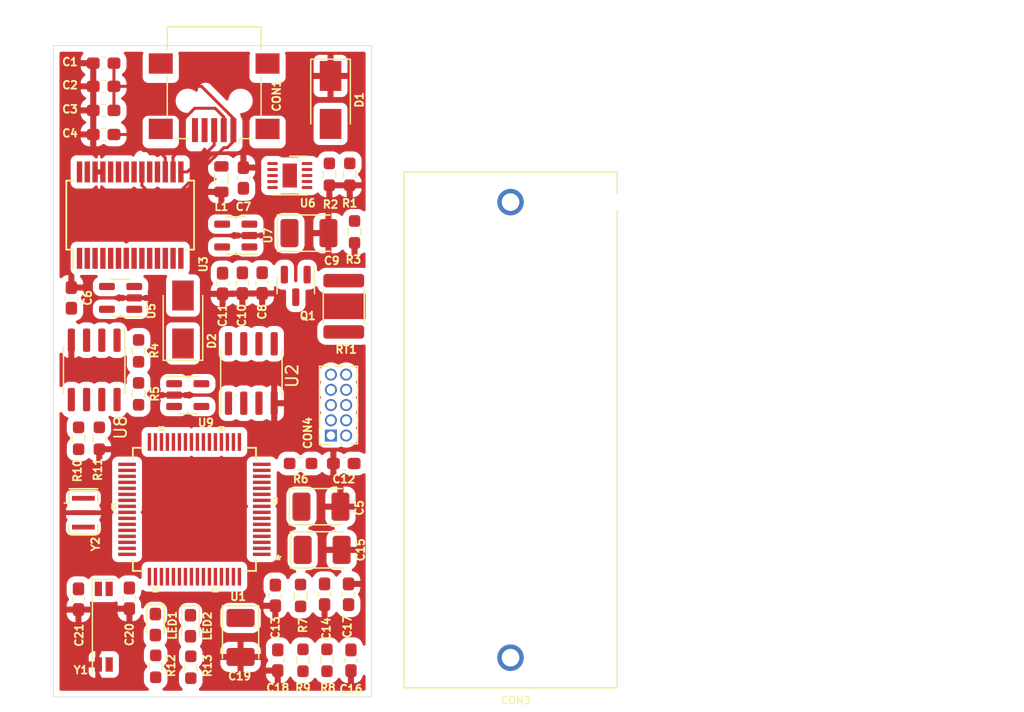
<source format=kicad_pcb>
(kicad_pcb (version 20211014) (generator pcbnew)
  (layers (0 "F.Cu" signal "cobre frontal") (31 "B.Cu" signal "Cobre traseira") (34 "B.Paste" user "Pasta traseira") (35 "F.Paste" user "Pasta frontal") (36 "B.SilkS" user "Serigrafia traseira") (37 "F.SilkS" user "Serigrafia frontal") (38 "B.Mask" user "Máscara traseira") (39 "F.Mask" user "Máscara frontal") (44 "Edge.Cuts" user "Cortes contorno"))
  (net 0 "")
  (net 1 "Net-(D2-Pad1)")
  (net 2 "0")
  (net 3 "+3V3")
  (net 4 "Net-(C7-Pad1)")
  (net 5 "RESET")
  (net 6 "+5VD")
  (net 7 "+3.3VP")
  (net 8 "Net-(C18-Pad1)")
  (net 9 "Net-(R1-Pad1)")
  (net 10 "Net-(CON1-Pad2)")
  (net 11 "Net-(CON1-Pad3)")
  (net 12 "Net-(CON1-Pad5)")
  (net 13 "Net-(D2-Pad2)")
  (net 14 "LED2")
  (net 15 "Net-(LED1-Pad2)")
  (net 16 "LED3")
  (net 17 "Net-(LED2-Pad2)")
  (net 18 "PIN-PWRMODE")
  (net 19 "PGED2")
  (net 20 "PGEC2")
  (net 21 "PIN-SCL")
  (net 22 "PIN-SDA")
  (net 23 "+2V5")
  (net 24 "Net-(CON3-Pad1)")
  (net 25 "RXA")
  (net 26 "TXA")
  (net 29 "Net-(C4-Pad1)")
  (net 30 "Net-(R2-Pad2)")
  (net 31 "Net-(R8-Pad2)")
  (net 32 "Net-(U1-Pad5)")
  (net 33 "Net-(U1-Pad6)")
  (net 34 "Net-(R6-Pad2)")
  (net 35 "Net-(U1-Pad8)")
  (net 50 "Net-(C8-Pad1)")
  (net 51 "Net-(C13-Pad1)")
  (net 52 "Net-(C20-Pad1)")
  (net 53 "Net-(C21-Pad1)")
  (net 54 "GND")
  (net 55 "VBAT")
  (net 57 "Net-(U1-Pad39)")
  (net 58 "Net-(U1-Pad40)")
  (net 59 "K0")
  (net 60 "K1")
  (net 61 "K2")
  (net 62 "K3")
  (net 63 "KC")
  (net 64 "KD")
  (net 65 "KE")
  (net 66 "K4")
  (net 67 "K5")
  (net 68 "K6")
  (net 69 "K7")
  (net 70 "K8")
  (net 71 "K9")
  (net 75 "KB")
  (net 76 "KA")
  (footprint "Capacitor_SMD:C_0603_1608Metric_Pad1.08x0.95mm_HandSolder" (layer "F.Cu") (at 193.1 39.7 -90)
    (fp_text reference "C11" (at 2.6625 0 90) (layer "F.SilkS") (effects (font (size 0.65 0.65))))
    (fp_text value "100nF")
    (pad "1" smd roundrect (at -0.8625 0 270) (size 1.075 0.95) (layers "F.Cu" "F.Paste" "F.Mask") (net 7 "+3.3VP"))
    (pad "2" smd roundrect (at 0.8625 0 270) (size 1.075 0.95) (layers "F.Cu" "F.Paste" "F.Mask") (net 2 "0"))
  )
  (footprint "Capacitor_Tantalum_SMD:CP_EIA-3528-12_Kemet-T_Pad1.50x2.35mm_HandSolder" (layer "F.Cu") (at 201.4 61.9)
    (fp_text reference "C15" (at 3.2 0 90) (layer "F.SilkS") (effects (font (size 0.65 0.65))))
    (fp_text value "10UfX6V-Tan")
    (pad "1" smd roundrect (at -1.625 0) (size 1.5 2.35) (layers "F.Cu" "F.Paste" "F.Mask") (roundrect_rratio 0.166667) (net 7 "+3.3VP"))
    (pad "2" smd roundrect (at 1.625 0) (size 1.5 2.35) (layers "F.Cu" "F.Paste" "F.Mask") (roundrect_rratio 0.166667) (net 2 "0"))
  )
  (footprint "Capacitor_SMD:C_0603_1608Metric_Pad1.08x0.95mm_HandSolder" (layer "F.Cu") (at 203.2 54.7 180)
    (fp_text reference "C12" (at -0.0125 -1.3) (layer "F.SilkS") (effects (font (size 0.65 0.65))))
    (fp_text value "100nF")
    (pad "1" smd roundrect (at -0.8625 0 180) (size 1.075 0.95) (layers "F.Cu" "F.Paste" "F.Mask") (net 3 "+3V3"))
    (pad "2" smd roundrect (at 0.8625 0 180) (size 1.075 0.95) (layers "F.Cu" "F.Paste" "F.Mask") (net 2 "0"))
  )
  (footprint "Capacitor_SMD:C_0603_1608Metric_Pad1.08x0.95mm_HandSolder" (layer "F.Cu") (at 196.4 39.6625 -90)
    (fp_text reference "C8" (at 2.4 0 90) (layer "F.SilkS") (effects (font (size 0.65 0.65))))
    (fp_text value "100nF")
    (pad "1" smd roundrect (at -0.8625 0 270) (size 1.075 0.95) (layers "F.Cu" "F.Paste" "F.Mask") (net 50 "Net-(C8-Pad1)"))
    (pad "2" smd roundrect (at 0.8625 0 270) (size 1.075 0.95) (layers "F.Cu" "F.Paste" "F.Mask") (net 2 "0"))
  )
  (footprint "Resistor_SMD:R_0603_1608Metric_Pad0.98x0.95mm_HandSolder" (layer "F.Cu") (at 199.8 71.1 90)
    (fp_text reference "R9" (at -2.3 0) (layer "F.SilkS") (effects (font (size 0.65 0.65))))
    (fp_text value "1K")
    (pad "1" smd roundrect (at -0.9125 0 90) (size 0.975 0.95) (layers "F.Cu" "F.Paste" "F.Mask") (net 23 "+2V5"))
    (pad "2" smd roundrect (at 0.9125 0 90) (size 0.975 0.95) (layers "F.Cu" "F.Paste" "F.Mask") (net 8 "Net-(C18-Pad1)"))
  )
  (footprint "footprints:PIC24HJ64GP206-I_slash_PT" (layer "F.Cu") (at 190.754 58.5216 180)
    (fp_text reference "U1" (at -3.646 -7.2784) (layer "F.SilkS") (effects (font (size 0.65 0.65))))
    (fp_text value "PIC24HJ64GP206-I_PT" hide)
    (fp_text user "*" (at -6.985 -4.2784) (layer "F.SilkS") (effects (font (size 0.8 0.8))))
    (fp_text user "*" (at -6.985 -4.281) (layer "F.SilkS") (effects (font (size 0.8 0.8))))
    (pad "1" smd rect locked (at -5.6134 -3.75 270) (size 0.2794 1.4732) (layers "F.Cu" "F.Paste" "F.Mask"))
    (pad "2" smd rect locked (at -5.6134 -3.250001 270) (size 0.2794 1.4732) (layers "F.Cu" "F.Paste" "F.Mask"))
    (pad "3" smd rect locked (at -5.6134 -2.75 270) (size 0.2794 1.4732) (layers "F.Cu" "F.Paste" "F.Mask"))
    (pad "4" smd rect locked (at -5.6134 -2.250001 270) (size 0.2794 1.4732) (layers "F.Cu" "F.Paste" "F.Mask") (net 51 "Net-(C13-Pad1)"))
    (pad "5" smd rect locked (at -5.6134 -1.749999 270) (size 0.2794 1.4732) (layers "F.Cu" "F.Paste" "F.Mask") (net 32 "Net-(U1-Pad5)"))
    (pad "6" smd rect locked (at -5.6134 -1.25 270) (size 0.2794 1.4732) (layers "F.Cu" "F.Paste" "F.Mask") (net 33 "Net-(U1-Pad6)"))
    (pad "7" smd rect locked (at -5.6134 -0.750001 270) (size 0.2794 1.4732) (layers "F.Cu" "F.Paste" "F.Mask") (net 5 "RESET"))
    (pad "8" smd rect locked (at -5.6134 -0.25 270) (size 0.2794 1.4732) (layers "F.Cu" "F.Paste" "F.Mask") (net 35 "Net-(U1-Pad8)"))
    (pad "9" smd rect locked (at -5.6134 0.25 270) (size 0.2794 1.4732) (layers "F.Cu" "F.Paste" "F.Mask") (net 2 "0"))
    (pad "10" smd rect locked (at -5.6134 0.750001 270) (size 0.2794 1.4732) (layers "F.Cu" "F.Paste" "F.Mask") (net 7 "+3.3VP"))
    (pad "11" smd rect locked (at -5.6134 1.25 270) (size 0.2794 1.4732) (layers "F.Cu" "F.Paste" "F.Mask") (net 59 "K0"))
    (pad "12" smd rect locked (at -5.6134 1.749999 270) (size 0.2794 1.4732) (layers "F.Cu" "F.Paste" "F.Mask") (net 60 "K1"))
    (pad "13" smd rect locked (at -5.6134 2.250001 270) (size 0.2794 1.4732) (layers "F.Cu" "F.Paste" "F.Mask") (net 61 "K2"))
    (pad "14" smd rect locked (at -5.6134 2.75 270) (size 0.2794 1.4732) (layers "F.Cu" "F.Paste" "F.Mask") (net 62 "K3"))
    (pad "15" smd rect locked (at -5.6134 3.250001 270) (size 0.2794 1.4732) (layers "F.Cu" "F.Paste" "F.Mask") (net 20 "PGEC2"))
    (pad "16" smd rect locked (at -5.6134 3.75 270) (size 0.2794 1.4732) (layers "F.Cu" "F.Paste" "F.Mask") (net 19 "PGED2"))
    (pad "17" smd rect locked (at -3.75 5.6134 180) (size 0.2794 1.4732) (layers "F.Cu" "F.Paste" "F.Mask"))
    (pad "18" smd rect locked (at -3.250001 5.6134 180) (size 0.2794 1.4732) (layers "F.Cu" "F.Paste" "F.Mask") (net 63 "KC"))
    (pad "19" smd rect locked (at -2.75 5.6134 180) (size 0.2794 1.4732) (layers "F.Cu" "F.Paste" "F.Mask") (net 7 "+3.3VP"))
    (pad "20" smd rect locked (at -2.250001 5.6134 180) (size 0.2794 1.4732) (layers "F.Cu" "F.Paste" "F.Mask") (net 2 "0"))
    (pad "21" smd rect locked (at -1.749999 5.6134 180) (size 0.2794 1.4732) (layers "F.Cu" "F.Paste" "F.Mask") (net 64 "KD"))
    (pad "22" smd rect locked (at -1.25 5.6134 180) (size 0.2794 1.4732) (layers "F.Cu" "F.Paste" "F.Mask") (net 65 "KE"))
    (pad "23" smd rect locked (at -0.750001 5.6134 180) (size 0.2794 1.4732) (layers "F.Cu" "F.Paste" "F.Mask") (net 66 "K4"))
    (pad "24" smd rect locked (at -0.25 5.6134 180) (size 0.2794 1.4732) (layers "F.Cu" "F.Paste" "F.Mask") (net 67 "K5"))
    (pad "25" smd rect locked (at 0.25 5.6134 180) (size 0.2794 1.4732) (layers "F.Cu" "F.Paste" "F.Mask") (net 2 "0"))
    (pad "26" smd rect locked (at 0.750001 5.6134 180) (size 0.2794 1.4732) (layers "F.Cu" "F.Paste" "F.Mask") (net 7 "+3.3VP"))
    (pad "27" smd rect locked (at 1.25 5.6134 180) (size 0.2794 1.4732) (layers "F.Cu" "F.Paste" "F.Mask") (net 68 "K6"))
    (pad "28" smd rect locked (at 1.749999 5.6134 180) (size 0.2794 1.4732) (layers "F.Cu" "F.Paste" "F.Mask") (net 69 "K7"))
    (pad "29" smd rect locked (at 2.250001 5.6134 180) (size 0.2794 1.4732) (layers "F.Cu" "F.Paste" "F.Mask") (net 70 "K8"))
    (pad "30" smd rect locked (at 2.75 5.6134 180) (size 0.2794 1.4732) (layers "F.Cu" "F.Paste" "F.Mask") (net 71 "K9"))
    (pad "31" smd rect locked (at 3.250001 5.6134 180) (size 0.2794 1.4732) (layers "F.Cu" "F.Paste" "F.Mask") (net 26 "TXA"))
    (pad "32" smd rect locked (at 3.75 5.6134 180) (size 0.2794 1.4732) (layers "F.Cu" "F.Paste" "F.Mask") (net 25 "RXA"))
    (pad "33" smd rect locked (at 5.6134 3.75 270) (size 0.2794 1.4732) (layers "F.Cu" "F.Paste" "F.Mask"))
    (pad "34" smd rect locked (at 5.6134 3.250001 270) (size 0.2794 1.4732) (layers "F.Cu" "F.Paste" "F.Mask"))
    (pad "35" smd rect locked (at 5.6134 2.75 270) (size 0.2794 1.4732) (layers "F.Cu" "F.Paste" "F.Mask") (net 18 "PIN-PWRMODE"))
    (pad "36" smd rect locked (at 5.6134 2.250001 270) (size 0.2794 1.4732) (layers "F.Cu" "F.Paste" "F.Mask") (net 22 "PIN-SDA"))
    (pad "37" smd rect locked (at 5.6134 1.749999 270) (size 0.2794 1.4732) (layers "F.Cu" "F.Paste" "F.Mask") (net 21 "PIN-SCL"))
    (pad "38" smd rect locked (at 5.6134 1.25 270) (size 0.2794 1.4732) (layers "F.Cu" "F.Paste" "F.Mask") (net 7 "+3.3VP"))
    (pad "39" smd rect locked (at 5.6134 0.750001 270) (size 0.2794 1.4732) (layers "F.Cu" "F.Paste" "F.Mask") (net 57 "Net-(U1-Pad39)"))
    (pad "40" smd rect locked (at 5.6134 0.25 270) (size 0.2794 1.4732) (layers "F.Cu" "F.Paste" "F.Mask") (net 58 "Net-(U1-Pad40)"))
    (pad "41" smd rect locked (at 5.6134 -0.25 270) (size 0.2794 1.4732) (layers "F.Cu" "F.Paste" "F.Mask") (net 2 "0"))
    (pad "42" smd rect locked (at 5.6134 -0.750001 270) (size 0.2794 1.4732) (layers "F.Cu" "F.Paste" "F.Mask"))
    (pad "43" smd rect locked (at 5.6134 -1.25 270) (size 0.2794 1.4732) (layers "F.Cu" "F.Paste" "F.Mask"))
    (pad "44" smd rect locked (at 5.6134 -1.749999 270) (size 0.2794 1.4732) (layers "F.Cu" "F.Paste" "F.Mask"))
    (pad "45" smd rect locked (at 5.6134 -2.250001 270) (size 0.2794 1.4732) (layers "F.Cu" "F.Paste" "F.Mask"))
    (pad "46" smd rect locked (at 5.6134 -2.75 270) (size 0.2794 1.4732) (layers "F.Cu" "F.Paste" "F.Mask"))
    (pad "47" smd rect locked (at 5.6134 -3.250001 270) (size 0.2794 1.4732) (layers "F.Cu" "F.Paste" "F.Mask") (net 53 "Net-(C21-Pad1)"))
    (pad "48" smd rect locked (at 5.6134 -3.75 270) (size 0.2794 1.4732) (layers "F.Cu" "F.Paste" "F.Mask") (net 52 "Net-(C20-Pad1)"))
    (pad "49" smd rect locked (at 3.75 -5.6134 180) (size 0.2794 1.4732) (layers "F.Cu" "F.Paste" "F.Mask"))
    (pad "50" smd rect locked (at 3.250001 -5.6134 180) (size 0.2794 1.4732) (layers "F.Cu" "F.Paste" "F.Mask"))
    (pad "51" smd rect locked (at 2.75 -5.6134 180) (size 0.2794 1.4732) (layers "F.Cu" "F.Paste" "F.Mask"))
    (pad "52" smd rect locked (at 2.250001 -5.6134 180) (size 0.2794 1.4732) (layers "F.Cu" "F.Paste" "F.Mask") (net 75 "KB"))
    (pad "53" smd rect locked (at 1.749999 -5.6134 180) (size 0.2794 1.4732) (layers "F.Cu" "F.Paste" "F.Mask") (net 76 "KA"))
    (pad "54" smd rect locked (at 1.25 -5.6134 180) (size 0.2794 1.4732) (layers "F.Cu" "F.Paste" "F.Mask") (net 14 "LED2"))
    (pad "55" smd rect locked (at 0.750001 -5.6134 180) (size 0.2794 1.4732) (layers "F.Cu" "F.Paste" "F.Mask") (net 16 "LED3"))
    (pad "56" smd rect locked (at 0.25 -5.6134 180) (size 0.2794 1.4732) (layers "F.Cu" "F.Paste" "F.Mask") (net 8 "Net-(C18-Pad1)"))
    (pad "57" smd rect locked (at -0.25 -5.6134 180) (size 0.2794 1.4732) (layers "F.Cu" "F.Paste" "F.Mask") (net 31 "Net-(R8-Pad2)"))
    (pad "58" smd rect locked (at -0.750001 -5.6134 180) (size 0.2794 1.4732) (layers "F.Cu" "F.Paste" "F.Mask"))
    (pad "59" smd rect locked (at -1.25 -5.6134 180) (size 0.2794 1.4732) (layers "F.Cu" "F.Paste" "F.Mask"))
    (pad "60" smd rect locked (at -1.749999 -5.6134 180) (size 0.2794 1.4732) (layers "F.Cu" "F.Paste" "F.Mask"))
    (pad "61" smd rect locked (at -2.250001 -5.6134 180) (size 0.2794 1.4732) (layers "F.Cu" "F.Paste" "F.Mask"))
    (pad "62" smd rect locked (at -2.75 -5.6134 180) (size 0.2794 1.4732) (layers "F.Cu" "F.Paste" "F.Mask"))
    (pad "63" smd rect locked (at -3.250001 -5.6134 180) (size 0.2794 1.4732) (layers "F.Cu" "F.Paste" "F.Mask"))
    (pad "64" smd rect locked (at -3.75 -5.6134 180) (size 0.2794 1.4732) (layers "F.Cu" "F.Paste" "F.Mask"))
  )
  (footprint "Package_SON:VSON-10-1EP_3x3mm_P0.5mm_EP1.2x2mm" (layer "F.Cu") (at 198.7 30.7)
    (fp_text reference "U6" (at 1.5 2.3) (layer "F.SilkS") (effects (font (size 0.65 0.65))))
    (fp_text value "LM3658SD")
    (pad "1" smd roundrect (at -1.4375 -1) (size 0.875 0.25) (layers "F.Cu" "F.Paste" "F.Mask"))
    (pad "2" smd roundrect (at -1.4375 -0.5) (size 0.875 0.25) (layers "F.Cu" "F.Paste" "F.Mask") (net 1 "Net-(D2-Pad1)"))
    (pad "3" smd roundrect (at -1.4375 0) (size 0.875 0.25) (layers "F.Cu" "F.Paste" "F.Mask") (net 2 "0"))
    (pad "4" smd roundrect (at -1.4375 0.5) (size 0.875 0.25) (layers "F.Cu" "F.Paste" "F.Mask") (net 4 "Net-(C7-Pad1)"))
    (pad "5" smd roundrect (at -1.4375 1) (size 0.875 0.25) (layers "F.Cu" "F.Paste" "F.Mask") (net 2 "0"))
    (pad "6" smd roundrect (at 1.4375 1) (size 0.875 0.25) (layers "F.Cu" "F.Paste" "F.Mask"))
    (pad "7" smd roundrect (at 1.4375 0.5) (size 0.875 0.25) (layers "F.Cu" "F.Paste" "F.Mask"))
    (pad "8" smd roundrect (at 1.4375 0) (size 0.875 0.25) (layers "F.Cu" "F.Paste" "F.Mask") (net 30 "Net-(R2-Pad2)"))
    (pad "9" smd roundrect (at 1.4375 -0.5) (size 0.875 0.25) (layers "F.Cu" "F.Paste" "F.Mask") (net 9 "Net-(R1-Pad1)"))
    (pad "10" smd roundrect (at 1.4375 -1) (size 0.875 0.25) (layers "F.Cu" "F.Paste" "F.Mask") (net 50 "Net-(C8-Pad1)"))
    (pad "11" smd rect (at 0 0) (size 1.2 2) (layers "F.Cu" "F.Mask"))
  )
  (footprint "Capacitor_SMD:C_0603_1608Metric_Pad1.08x0.95mm_HandSolder" (layer "F.Cu") (at 183.1848 21.336 180)
    (fp_text reference "C1" (at 2.8 0.1) (layer "F.SilkS") (effects (font (size 0.65 0.65))))
    (fp_text value "100nF")
    (pad "1" smd roundrect (at -0.8625 0 180) (size 1.075 0.95) (layers "F.Cu" "F.Paste" "F.Mask") (net 1 "Net-(D2-Pad1)"))
    (pad "2" smd roundrect (at 0.8625 0 180) (size 1.075 0.95) (layers "F.Cu" "F.Paste" "F.Mask") (net 2 "0"))
  )
  (footprint "Package_TO_SOT_SMD:SOT-23-5" (layer "F.Cu") (at 194.2 35.7 180)
    (fp_text reference "U7" (at -2.7 0 90) (layer "F.SilkS") (effects (font (size 0.65 0.65))))
    (fp_text value "TPS7A0533PDBV")
    (pad "1" smd roundrect (at -1.1375 -0.95 180) (size 1.325 0.6) (layers "F.Cu" "F.Paste" "F.Mask") (net 6 "+5VD"))
    (pad "2" smd roundrect (at -1.1375 0 180) (size 1.325 0.6) (layers "F.Cu" "F.Paste" "F.Mask") (net 2 "0"))
    (pad "3" smd roundrect (at -1.1375 0.95 180) (size 1.325 0.6) (layers "F.Cu" "F.Paste" "F.Mask") (net 6 "+5VD"))
    (pad "4" smd roundrect (at 1.1375 0.95 180) (size 1.325 0.6) (layers "F.Cu" "F.Paste" "F.Mask"))
    (pad "5" smd roundrect (at 1.1375 -0.95 180) (size 1.325 0.6) (layers "F.Cu" "F.Paste" "F.Mask") (net 7 "+3.3VP"))
  )
  (footprint "Resistor_SMD:R_0603_1608Metric_Pad0.98x0.95mm_HandSolder" (layer "F.Cu") (at 181.1 52.6 -90)
    (fp_text reference "R10" (at 2.7 0.1 90) (layer "F.SilkS") (effects (font (size 0.65 0.65))))
    (fp_text value "1K5")
    (pad "1" smd roundrect (at -0.9125 0 270) (size 0.975 0.95) (layers "F.Cu" "F.Paste" "F.Mask") (net 18 "PIN-PWRMODE"))
    (pad "2" smd roundrect (at 0.9125 0 270) (size 0.975 0.95) (layers "F.Cu" "F.Paste" "F.Mask") (net 6 "+5VD"))
  )
  (footprint "Capacitor_SMD:C_0603_1608Metric_Pad1.08x0.95mm_HandSolder" (layer "F.Cu") (at 194.8375 30.9 90)
    (fp_text reference "C7" (at -2.4 0 180) (layer "F.SilkS") (effects (font (size 0.65 0.65))))
    (fp_text value "1uF")
    (pad "1" smd roundrect (at -0.8625 0 90) (size 1.075 0.95) (layers "F.Cu" "F.Paste" "F.Mask") (net 4 "Net-(C7-Pad1)"))
    (pad "2" smd roundrect (at 0.8625 0 90) (size 1.075 0.95) (layers "F.Cu" "F.Paste" "F.Mask") (net 2 "0"))
  )
  (footprint "Resistor_SMD:R_0603_1608Metric_Pad0.98x0.95mm_HandSolder" (layer "F.Cu") (at 190.4508 71.6813 90)
    (fp_text reference "R13" (at 0.1313 1.3934 90) (layer "F.SilkS") (effects (font (size 0.65 0.65))))
    (fp_text value "470R")
    (pad "1" smd roundrect (at -0.9125 0 90) (size 0.975 0.95) (layers "F.Cu" "F.Paste" "F.Mask") (net 3 "+3V3"))
    (pad "2" smd roundrect (at 0.9125 0 90) (size 0.975 0.95) (layers "F.Cu" "F.Paste" "F.Mask") (net 17 "Net-(LED2-Pad2)"))
  )
  (footprint "Resistor_SMD:R_0603_1608Metric_Pad0.98x0.95mm_HandSolder" (layer "F.Cu") (at 202 30.6 90)
    (fp_text reference "R2" (at -2.5125 0.1 180) (layer "F.SilkS") (effects (font (size 0.65 0.65))))
    (fp_text value "10k")
    (pad "1" smd roundrect (at -0.9125 0 90) (size 0.975 0.95) (layers "F.Cu" "F.Paste" "F.Mask") (net 2 "0"))
    (pad "2" smd roundrect (at 0.9125 0 90) (size 0.975 0.95) (layers "F.Cu" "F.Paste" "F.Mask") (net 30 "Net-(R2-Pad2)"))
  )
  (footprint "Crystal:Crystal_SMD_SeikoEpson_MC146-4Pin_6.7x1.5mm" (layer "F.Cu") (at 183.2 68.3 -90)
    (fp_text reference "Y1" (at 3.614 1.9082) (layer "F.SilkS") (effects (font (size 0.65 0.65))))
    (fp_text value "Crystal_32KHz")
    (pad "1" smd rect (at -3.15 0.45 270) (size 1.2 0.6) (layers "F.Cu" "F.Paste" "F.Mask") (net 53 "Net-(C21-Pad1)"))
    (pad "2" smd rect (at 3.15 0.45 270) (size 1.2 0.6) (layers "F.Cu" "F.Paste" "F.Mask") (net 2 "0"))
    (pad "3" smd rect (at 3.15 -0.45 270) (size 1.2 0.6) (layers "F.Cu" "F.Paste" "F.Mask") (net 52 "Net-(C20-Pad1)"))
    (pad "4" smd rect (at -3.15 -0.45 270) (size 1.2 0.6) (layers "F.Cu" "F.Paste" "F.Mask"))
  )
  (footprint "Resistor_SMD:R_0603_1608Metric_Pad0.98x0.95mm_HandSolder" (layer "F.Cu") (at 186.1 45.3146 -90)
    (fp_text reference "R4" (at -0.0146 -1.3 90) (layer "F.SilkS") (effects (font (size 0.65 0.65))))
    (fp_text value "1K")
    (pad "1" smd roundrect (at -0.9125 0 270) (size 0.975 0.95) (layers "F.Cu" "F.Paste" "F.Mask") (net 3 "+3V3"))
    (pad "2" smd roundrect (at 0.9125 0 270) (size 0.975 0.95) (layers "F.Cu" "F.Paste" "F.Mask") (net 21 "PIN-SCL"))
  )
  (footprint "Connector_USB:USB_Mini-B_Lumberg_2486_01_Horizontal" (layer "F.Cu") (at 192.4 24.2144 180)
    (fp_text reference "CON1" (at -5.2 0.175 270) (layer "F.SilkS") (effects (font (size 0.65 0.65))))
    (fp_text value "USB_B")
    (pad "" np_thru_hole circle (at 2.2 0 180) (size 1 1) (drill 1) (layers *.Cu *.Mask))
    (pad "" np_thru_hole circle (at -2.2 0 180) (size 1 1) (drill 1) (layers *.Cu *.Mask))
    (pad "1" smd rect (at -1.6 -2.7 180) (size 0.5 2) (layers "F.Cu" "F.Paste" "F.Mask") (net 1 "Net-(D2-Pad1)"))
    (pad "2" smd rect (at -0.8 -2.7 180) (size 0.5 2) (layers "F.Cu" "F.Paste" "F.Mask") (net 10 "Net-(CON1-Pad2)"))
    (pad "3" smd rect (at 0 -2.7 180) (size 0.5 2) (layers "F.Cu" "F.Paste" "F.Mask") (net 11 "Net-(CON1-Pad3)"))
    (pad "4" smd rect (at 0.8 -2.7 180) (size 0.5 2) (layers "F.Cu" "F.Paste" "F.Mask") (net 2 "0"))
    (pad "5" smd rect (at 1.6 -2.7 180) (size 0.5 2) (layers "F.Cu" "F.Paste" "F.Mask") (net 12 "Net-(CON1-Pad5)"))
    (pad "6" smd rect (at -4.45 -2.6 180) (size 2 1.7) (layers "F.Cu" "F.Paste" "F.Mask"))
    (pad "6" smd rect (at 4.45 2.85 180) (size 2 1.7) (layers "F.Cu" "F.Paste" "F.Mask"))
    (pad "6" smd rect (at 4.45 -2.6 180) (size 2 1.7) (layers "F.Cu" "F.Paste" "F.Mask"))
    (pad "6" smd rect (at -4.45 2.85 180) (size 2 1.7) (layers "F.Cu" "F.Paste" "F.Mask"))
  )
  (footprint "Inductor_SMD:L_0805_2012Metric" (layer "F.Cu") (at 193 31 90)
    (fp_text reference "L1" (at -2.3 0 180) (layer "F.SilkS") (effects (font (size 0.65 0.65))))
    (fp_text value "BLM21PG221SN1D")
    (pad "1" smd roundrect (at -1.0625 0 90) (size 0.875 1.2) (layers "F.Cu" "F.Paste" "F.Mask") (net 2 "0"))
    (pad "2" smd roundrect (at 1.0625 0 90) (size 0.875 1.2) (layers "F.Cu" "F.Paste" "F.Mask") (net 12 "Net-(CON1-Pad5)"))
  )
  (footprint "LED_SMD:LED_0603_1608Metric_Pad1.05x0.95mm_HandSolder" (layer "F.Cu") (at 190.4254 68.225 -90)
    (fp_text reference "LED2" (at 0.025 -1.4188 90) (layer "F.SilkS") (effects (font (size 0.65 0.65))))
    (fp_text value "GREEN")
    (pad "1" smd roundrect (at -0.875 0 270) (size 1.05 0.95) (layers "F.Cu" "F.Paste" "F.Mask") (net 16 "LED3"))
    (pad "2" smd roundrect (at 0.875 0 270) (size 1.05 0.95) (layers "F.Cu" "F.Paste" "F.Mask") (net 17 "Net-(LED2-Pad2)"))
  )
  (footprint "Resistor_SMD:R_0603_1608Metric_Pad0.98x0.95mm_HandSolder" (layer "F.Cu") (at 199.6 65.7 90)
    (fp_text reference "R7" (at -2.4875 0.2 270) (layer "F.SilkS") (effects (font (size 0.65 0.65))))
    (fp_text value "22k")
    (pad "1" smd roundrect (at -0.9125 0 90) (size 0.975 0.95) (layers "F.Cu" "F.Paste" "F.Mask") (net 7 "+3.3VP"))
    (pad "2" smd roundrect (at 0.9125 0 90) (size 0.975 0.95) (layers "F.Cu" "F.Paste" "F.Mask") (net 5 "RESET"))
  )
  (footprint "Capacitor_SMD:C_0603_1608Metric_Pad1.08x0.95mm_HandSolder" (layer "F.Cu") (at 180.5 40.9 90)
    (fp_text reference "C6" (at 0 1.3517 90) (layer "F.SilkS") (effects (font (size 0.65 0.65))))
    (fp_text value "100nF")
    (pad "1" smd roundrect (at -0.8625 0 90) (size 1.075 0.95) (layers "F.Cu" "F.Paste" "F.Mask") (net 3 "+3V3"))
    (pad "2" smd roundrect (at 0.8625 0 90) (size 1.075 0.95) (layers "F.Cu" "F.Paste" "F.Mask") (net 2 "0"))
  )
  (footprint "Diode_SMD:D_SMA" (layer "F.Cu") (at 202.1 24.4 -90)
    (fp_text reference "D1" (at 0 -2.4 90) (layer "F.SilkS") (effects (font (size 0.65 0.65))))
    (fp_text value "SSA33L")
    (pad "1" smd rect (at -2 0 270) (size 2.5 1.8) (layers "F.Cu" "F.Paste" "F.Mask") (net 2 "0"))
    (pad "2" smd rect (at 2 0 270) (size 2.5 1.8) (layers "F.Cu" "F.Paste" "F.Mask") (net 50 "Net-(C8-Pad1)"))
  )
  (footprint "Resistor_SMD:R_0603_1608Metric_Pad0.98x0.95mm_HandSolder" (layer "F.Cu") (at 182.8272 52.6 90)
    (fp_text reference "R11" (at -2.6 -0.1272 90) (layer "F.SilkS") (effects (font (size 0.65 0.65))))
    (fp_text value "3K3")
    (pad "1" smd roundrect (at -0.9125 0 90) (size 0.975 0.95) (layers "F.Cu" "F.Paste" "F.Mask") (net 2 "0"))
    (pad "2" smd roundrect (at 0.9125 0 90) (size 0.975 0.95) (layers "F.Cu" "F.Paste" "F.Mask") (net 18 "PIN-PWRMODE"))
  )
  (footprint "Capacitor_SMD:C_0603_1608Metric_Pad1.08x0.95mm_HandSolder" (layer "F.Cu") (at 197.7 71.1 -90)
    (fp_text reference "C18" (at 2.3 -0.001 180) (layer "F.SilkS") (effects (font (size 0.65 0.65))))
    (fp_text value "100nF")
    (pad "1" smd roundrect (at -0.8625 0 270) (size 1.075 0.95) (layers "F.Cu" "F.Paste" "F.Mask") (net 8 "Net-(C18-Pad1)"))
    (pad "2" smd roundrect (at 0.8625 0 270) (size 1.075 0.95) (layers "F.Cu" "F.Paste" "F.Mask") (net 2 "0"))
  )
  (footprint "Capacitor_Tantalum_SMD:CP_EIA-3528-12_Kemet-T_Pad1.50x2.35mm_HandSolder" (layer "F.Cu") (at 200.3 35.5)
    (fp_text reference "C9" (at 1.9 2.3) (layer "F.SilkS") (effects (font (size 0.65 0.65))))
    (fp_text value "470uFx16v")
    (pad "1" smd roundrect (at -1.625 0) (size 1.5 2.35) (layers "F.Cu" "F.Paste" "F.Mask") (roundrect_rratio 0.166667) (net 6 "+5VD"))
    (pad "2" smd roundrect (at 1.625 0) (size 1.5 2.35) (layers "F.Cu" "F.Paste" "F.Mask") (roundrect_rratio 0.166667) (net 2 "0"))
  )
  (footprint "Capacitor_SMD:C_0603_1608Metric_Pad1.08x0.95mm_HandSolder" (layer "F.Cu") (at 183.1848 27.2796 180)
    (fp_text reference "C4" (at 2.8 0.1) (layer "F.SilkS") (effects (font (size 0.65 0.65))))
    (fp_text value "1uF")
    (pad "1" smd roundrect (at -0.8625 0 180) (size 1.075 0.95) (layers "F.Cu" "F.Paste" "F.Mask") (net 29 "Net-(C4-Pad1)"))
    (pad "2" smd roundrect (at 0.8625 0 180) (size 1.075 0.95) (layers "F.Cu" "F.Paste" "F.Mask") (net 2 "0"))
  )
  (footprint "Capacitor_SMD:C_0603_1608Metric_Pad1.08x0.95mm_HandSolder" (layer "F.Cu") (at 197.5 65.7 -90)
    (fp_text reference "C13" (at 2.7 0 90) (layer "F.SilkS") (effects (font (size 0.65 0.65))))
    (fp_text value "47pF")
    (pad "1" smd roundrect (at -0.8625 0 270) (size 1.075 0.95) (layers "F.Cu" "F.Paste" "F.Mask") (net 51 "Net-(C13-Pad1)"))
    (pad "2" smd roundrect (at 0.8625 0 270) (size 1.075 0.95) (layers "F.Cu" "F.Paste" "F.Mask") (net 2 "0"))
  )
  (footprint "Resistor_SMD:R_0603_1608Metric_Pad0.98x0.95mm_HandSolder" (layer "F.Cu") (at 203.7 30.6 -90)
    (fp_text reference "R1" (at 2.4125 0 180) (layer "F.SilkS") (effects (font (size 0.65 0.65))))
    (fp_text value "10k")
    (pad "1" smd roundrect (at -0.9125 0 270) (size 0.975 0.95) (layers "F.Cu" "F.Paste" "F.Mask") (net 9 "Net-(R1-Pad1)"))
    (pad "2" smd roundrect (at 0.9125 0 270) (size 0.975 0.95) (layers "F.Cu" "F.Paste" "F.Mask") (net 2 "0"))
  )
  (footprint "Resistor_SMD:R_0603_1608Metric_Pad0.98x0.95mm_HandSolder" (layer "F.Cu") (at 204.1 35.4 -90)
    (fp_text reference "R3" (at 2.3 0.1 180) (layer "F.SilkS") (effects (font (size 0.65 0.65))))
    (fp_text value "10k")
    (pad "1" smd roundrect (at -0.9125 0 270) (size 0.975 0.95) (layers "F.Cu" "F.Paste" "F.Mask") (net 6 "+5VD"))
    (pad "2" smd roundrect (at 0.9125 0 270) (size 0.975 0.95) (layers "F.Cu" "F.Paste" "F.Mask") (net 2 "0"))
  )
  (footprint "Package_TO_SOT_SMD:SOT-23-5" (layer "F.Cu") (at 190.2 49)
    (fp_text reference "U9" (at 1.509802 2.2997) (layer "F.SilkS") (effects (font (size 0.65 0.65))))
    (fp_text value "24AA02-OT")
    (pad "1" smd roundrect (at -1.1375 -0.95) (size 1.325 0.6) (layers "F.Cu" "F.Paste" "F.Mask") (net 21 "PIN-SCL"))
    (pad "2" smd roundrect (at -1.1375 0) (size 1.325 0.6) (layers "F.Cu" "F.Paste" "F.Mask") (net 2 "0"))
    (pad "3" smd roundrect (at -1.1375 0.95) (size 1.325 0.6) (layers "F.Cu" "F.Paste" "F.Mask") (net 22 "PIN-SDA"))
    (pad "4" smd roundrect (at 1.1375 0.95) (size 1.325 0.6) (layers "F.Cu" "F.Paste" "F.Mask") (net 3 "+3V3"))
    (pad "5" smd roundrect (at 1.1375 -0.95) (size 1.325 0.6) (layers "F.Cu" "F.Paste" "F.Mask"))
  )
  (footprint "Resistor_SMD:R_0603_1608Metric_Pad0.98x0.95mm_HandSolder" (layer "F.Cu") (at 187.5254 71.6067 90)
    (fp_text reference "R12" (at 0.0567 1.2746 90) (layer "F.SilkS") (effects (font (size 0.65 0.65))))
    (fp_text value "470R")
    (pad "1" smd roundrect (at -0.9125 0 90) (size 0.975 0.95) (layers "F.Cu" "F.Paste" "F.Mask") (net 3 "+3V3"))
    (pad "2" smd roundrect (at 0.9125 0 90) (size 0.975 0.95) (layers "F.Cu" "F.Paste" "F.Mask") (net 15 "Net-(LED1-Pad2)"))
  )
  (footprint "Capacitor_SMD:C_0603_1608Metric_Pad1.08x0.95mm_HandSolder" (layer "F.Cu") (at 183.1848 25.273 180)
    (fp_text reference "C3" (at 2.8 0.1) (layer "F.SilkS") (effects (font (size 0.65 0.65))))
    (fp_text value "4,7uF")
    (pad "1" smd roundrect (at -0.8625 0 180) (size 1.075 0.95) (layers "F.Cu" "F.Paste" "F.Mask") (net 1 "Net-(D2-Pad1)"))
    (pad "2" smd roundrect (at 0.8625 0 180) (size 1.075 0.95) (layers "F.Cu" "F.Paste" "F.Mask") (net 2 "0"))
  )
  (footprint "Connector_PinSocket_1.27mm:PinSocket_2x05_P1.27mm_Vertical" (layer "F.Cu") (at 202.13 52.37 180)
    (fp_text reference "CON4" (at 1.93 0.21 90) (layer "F.SilkS") (effects (font (size 0.65 0.65))))
    (fp_text value "Conn_02x05_Odd_Even")
    (pad "1" thru_hole rect (at 0 0 180) (size 1 1) (drill 0.7) (layers *.Cu *.Mask) (net 5 "RESET"))
    (pad "2" thru_hole oval (at -1.27 0 180) (size 1 1) (drill 0.7) (layers *.Cu *.Mask) (net 23 "+2V5"))
    (pad "3" thru_hole oval (at 0 1.27 180) (size 1 1) (drill 0.7) (layers *.Cu *.Mask) (net 3 "+3V3"))
    (pad "4" thru_hole oval (at -1.27 1.27 180) (size 1 1) (drill 0.7) (layers *.Cu *.Mask) (net 7 "+3.3VP"))
    (pad "5" thru_hole oval (at 0 2.54 180) (size 1 1) (drill 0.7) (layers *.Cu *.Mask) (net 54 "GND"))
    (pad "6" thru_hole oval (at -1.27 2.54 180) (size 1 1) (drill 0.7) (layers *.Cu *.Mask) (net 55 "VBAT"))
    (pad "7" thru_hole oval (at 0 3.81 180) (size 1 1) (drill 0.7) (layers *.Cu *.Mask) (net 19 "PGED2"))
    (pad "8" thru_hole oval (at -1.27 3.81 180) (size 1 1) (drill 0.7) (layers *.Cu *.Mask) (net 25 "RXA"))
    (pad "9" thru_hole oval (at 0 5.08 180) (size 1 1) (drill 0.7) (layers *.Cu *.Mask) (net 20 "PGEC2"))
    (pad "10" thru_hole oval (at -1.27 5.08 180) (size 1 1) (drill 0.7) (layers *.Cu *.Mask) (net 26 "TXA"))
  )
  (footprint "Capacitor_SMD:C_0603_1608Metric_Pad1.08x0.95mm_HandSolder" (layer "F.Cu") (at 185.3336 65.9378 -90)
    (fp_text reference "C20" (at 3.023 -0.0072 90) (layer "F.SilkS") (effects (font (size 0.65 0.65))))
    (fp_text value "12pF")
    (pad "1" smd roundrect (at -0.8625 0 270) (size 1.075 0.95) (layers "F.Cu" "F.Paste" "F.Mask") (net 52 "Net-(C20-Pad1)"))
    (pad "2" smd roundrect (at 0.8625 0 270) (size 1.075 0.95) (layers "F.Cu" "F.Paste" "F.Mask") (net 2 "0"))
  )
  (footprint "Package_SO:SOIC-8_3.9x4.9mm_P1.27mm" (layer "F.Cu") (at 195.5 47.2 90)
    (fp_text reference "U2" (at -0.2 3.4 90) (layer "F.SilkS"))
    (fp_text value "FM25V10-GTR")
    (pad "1" smd roundrect (at -2.475 -1.905 90) (size 1.95 0.6) (layers "F.Cu" "F.Paste" "F.Mask") (net 35 "Net-(U1-Pad8)"))
    (pad "2" smd roundrect (at -2.475 -0.635 90) (size 1.95 0.6) (layers "F.Cu" "F.Paste" "F.Mask") (net 32 "Net-(U1-Pad5)"))
    (pad "3" smd roundrect (at -2.475 0.635 90) (size 1.95 0.6) (layers "F.Cu" "F.Paste" "F.Mask") (net 34 "Net-(R6-Pad2)"))
    (pad "4" smd roundrect (at -2.475 1.905 90) (size 1.95 0.6) (layers "F.Cu" "F.Paste" "F.Mask") (net 2 "0"))
    (pad "5" smd roundrect (at 2.475 1.905 90) (size 1.95 0.6) (layers "F.Cu" "F.Paste" "F.Mask") (net 33 "Net-(U1-Pad6)"))
    (pad "6" smd roundrect (at 2.475 0.635 90) (size 1.95 0.6) (layers "F.Cu" "F.Paste" "F.Mask") (net 51 "Net-(C13-Pad1)"))
    (pad "7" smd roundrect (at 2.475 -0.635 90) (size 1.95 0.6) (layers "F.Cu" "F.Paste" "F.Mask") (net 34 "Net-(R6-Pad2)"))
    (pad "8" smd roundrect (at 2.475 -1.905 90) (size 1.95 0.6) (layers "F.Cu" "F.Paste" "F.Mask") (net 3 "+3V3"))
  )
  (footprint "Capacitor_SMD:C_0603_1608Metric_Pad1.08x0.95mm_HandSolder" (layer "F.Cu") (at 194.751 39.6746 -90)
    (fp_text reference "C10" (at 2.6879 0.051 90) (layer "F.SilkS") (effects (font (size 0.65 0.65))))
    (fp_text value "100nF")
    (pad "1" smd roundrect (at -0.8625 0 270) (size 1.075 0.95) (layers "F.Cu" "F.Paste" "F.Mask") (net 6 "+5VD"))
    (pad "2" smd roundrect (at 0.8625 0 270) (size 1.075 0.95) (layers "F.Cu" "F.Paste" "F.Mask") (net 2 "0"))
  )
  (footprint "Capacitor_SMD:C_0603_1608Metric_Pad1.08x0.95mm_HandSolder" (layer "F.Cu") (at 183.1848 23.2664 180)
    (fp_text reference "C2" (at 2.8 0.1) (layer "F.SilkS") (effects (font (size 0.65 0.65))))
    (fp_text value "10nF")
    (pad "1" smd roundrect (at -0.8625 0 180) (size 1.075 0.95) (layers "F.Cu" "F.Paste" "F.Mask") (net 1 "Net-(D2-Pad1)"))
    (pad "2" smd roundrect (at 0.8625 0 180) (size 1.075 0.95) (layers "F.Cu" "F.Paste" "F.Mask") (net 2 "0"))
  )
  (footprint "Capacitor_SMD:C_0603_1608Metric_Pad1.08x0.95mm_HandSolder" (layer "F.Cu") (at 203.8 71.1 -90)
    (fp_text reference "C16" (at 2.4 0 180) (layer "F.SilkS") (effects (font (size 0.65 0.65))))
    (fp_text value "100nF")
    (pad "1" smd roundrect (at -0.8625 0 270) (size 1.075 0.95) (layers "F.Cu" "F.Paste" "F.Mask") (net 7 "+3.3VP"))
    (pad "2" smd roundrect (at 0.8625 0 270) (size 1.075 0.95) (layers "F.Cu" "F.Paste" "F.Mask") (net 2 "0"))
  )
  (footprint "LED_SMD:LED_0603_1608Metric_Pad1.05x0.95mm_HandSolder" (layer "F.Cu") (at 187.5 68.125 -90)
    (fp_text reference "LED1" (at 0.0692 -1.4254 90) (layer "F.SilkS") (effects (font (size 0.65 0.65))))
    (fp_text value "RED")
    (pad "1" smd roundrect (at -0.875 0 270) (size 1.05 0.95) (layers "F.Cu" "F.Paste" "F.Mask") (net 14 "LED2"))
    (pad "2" smd roundrect (at 0.875 0 270) (size 1.05 0.95) (layers "F.Cu" "F.Paste" "F.Mask") (net 15 "Net-(LED1-Pad2)"))
  )
  (footprint "Resistor_SMD:R_0603_1608Metric_Pad0.98x0.95mm_HandSolder" (layer "F.Cu") (at 199.6 54.7 180)
    (fp_text reference "R6" (at -0.0125 -1.3 180) (layer "F.SilkS") (effects (font (size 0.65 0.65))))
    (fp_text value "22k")
    (pad "1" smd roundrect (at -0.9125 0 180) (size 0.975 0.95) (layers "F.Cu" "F.Paste" "F.Mask") (net 3 "+3V3"))
    (pad "2" smd roundrect (at 0.9125 0 180) (size 0.975 0.95) (layers "F.Cu" "F.Paste" "F.Mask") (net 34 "Net-(R6-Pad2)"))
  )
  (footprint "Package_TO_SOT_SMD:SOT-23-5" (layer "F.Cu") (at 184.6 40.9 180)
    (fp_text reference "U5" (at -2.5517 -1.1 90) (layer "F.SilkS") (effects (font (size 0.65 0.65))))
    (fp_text value "TPS7A0533PDBV")
    (pad "1" smd roundrect (at -1.1375 -0.95 180) (size 1.325 0.6) (layers "F.Cu" "F.Paste" "F.Mask") (net 13 "Net-(D2-Pad2)"))
    (pad "2" smd roundrect (at -1.1375 0 180) (size 1.325 0.6) (layers "F.Cu" "F.Paste" "F.Mask") (net 2 "0"))
    (pad "3" smd roundrect (at -1.1375 0.95 180) (size 1.325 0.6) (layers "F.Cu" "F.Paste" "F.Mask") (net 13 "Net-(D2-Pad2)"))
    (pad "4" smd roundrect (at 1.1375 0.95 180) (size 1.325 0.6) (layers "F.Cu" "F.Paste" "F.Mask"))
    (pad "5" smd roundrect (at 1.1375 -0.95 180) (size 1.325 0.6) (layers "F.Cu" "F.Paste" "F.Mask") (net 3 "+3V3"))
  )
  (footprint "bt1:BAT_BH123A" (layer "F.Cu") (at 217.1 51.9 90)
    (fp_text reference "CON3" (at -22.5425 0.4445) (layer "F.SilkS") (effects (font (size 0.6096 0.6096) (thickness 0.1016))))
    (fp_text value "CR123A" hide)
    (pad "" np_thru_hole circle (at 19 8.5 90) (size 1.5 1.5) (drill 1.5) (layers *.Cu *.Mask))
    (pad "N" thru_hole circle (at -18.985 0 90) (size 2.205 2.205) (drill 1.47) (layers *.Cu *.Mask))
    (pad "P" thru_hole circle (at 18.985 0 90) (size 2.205 2.205) (drill 1.47) (layers *.Cu *.Mask))
  )
  (footprint "Package_SO:SSOP-28_5.3x10.2mm_P0.65mm" (layer "F.Cu") (at 185.4 34 90)
    (fp_text reference "U3" (at -4.1 6.1 90) (layer "F.SilkS") (effects (font (size 0.65 0.65))))
    (fp_text value "FT232RL")
    (pad "1" smd rect (at -3.6 -4.225 90) (size 1.75 0.45) (layers "F.Cu" "F.Paste" "F.Mask") (net 26 "TXA"))
    (pad "2" smd rect (at -3.6 -3.575 90) (size 1.75 0.45) (layers "F.Cu" "F.Paste" "F.Mask"))
    (pad "3" smd rect (at -3.6 -2.925 90) (size 1.75 0.45) (layers "F.Cu" "F.Paste" "F.Mask"))
    (pad "4" smd rect (at -3.6 -2.275 90) (size 1.75 0.45) (layers "F.Cu" "F.Paste" "F.Mask") (net 29 "Net-(C4-Pad1)"))
    (pad "5" smd rect (at -3.6 -1.625 90) (size 1.75 0.45) (layers "F.Cu" "F.Paste" "F.Mask") (net 25 "RXA"))
    (pad "6" smd rect (at -3.6 -0.975 90) (size 1.75 0.45) (layers "F.Cu" "F.Paste" "F.Mask"))
    (pad "7" smd rect (at -3.6 -0.325 90) (size 1.75 0.45) (layers "F.Cu" "F.Paste" "F.Mask") (net 2 "0"))
    (pad "8" smd rect (at -3.6 0.325 90) (size 1.75 0.45) (layers "F.Cu" "F.Paste" "F.Mask"))
    (pad "9" smd rect (at -3.6 0.975 90) (size 1.75 0.45) (layers "F.Cu" "F.Paste" "F.Mask"))
    (pad "10" smd rect (at -3.6 1.625 90) (size 1.75 0.45) (layers "F.Cu" "F.Paste" "F.Mask"))
    (pad "11" smd rect (at -3.6 2.275 90) (size 1.75 0.45) (layers "F.Cu" "F.Paste" "F.Mask"))
    (pad "12" smd rect (at -3.6 2.925 90) (size 1.75 0.45) (layers "F.Cu" "F.Paste" "F.Mask"))
    (pad "13" smd rect (at -3.6 3.575 90) (size 1.75 0.45) (layers "F.Cu" "F.Paste" "F.Mask"))
    (pad "14" smd rect (at -3.6 4.225 90) (size 1.75 0.45) (layers "F.Cu" "F.Paste" "F.Mask"))
    (pad "15" smd rect (at 3.6 4.225 90) (size 1.75 0.45) (layers "F.Cu" "F.Paste" "F.Mask") (net 11 "Net-(CON1-Pad3)"))
    (pad "16" smd rect (at 3.6 3.575 90) (size 1.75 0.45) (layers "F.Cu" "F.Paste" "F.Mask") (net 10 "Net-(CON1-Pad2)"))
    (pad "17" smd rect (at 3.6 2.925 90) (size 1.75 0.45) (layers "F.Cu" "F.Paste" "F.Mask") (net 29 "Net-(C4-Pad1)"))
    (pad "18" smd rect (at 3.6 2.275 90) (size 1.75 0.45) (layers "F.Cu" "F.Paste" "F.Mask") (net 2 "0"))
    (pad "19" smd rect (at 3.6 1.625 90) (size 1.75 0.45) (layers "F.Cu" "F.Paste" "F.Mask"))
    (pad "20" smd rect (at 3.6 0.975 90) (size 1.75 0.45) (layers "F.Cu" "F.Paste" "F.Mask") (net 1 "Net-(D2-Pad1)"))
    (pad "21" smd rect (at 3.6 0.325 90) (size 1.75 0.45) (layers "F.Cu" "F.Paste" "F.Mask") (net 2 "0"))
    (pad "22" smd rect (at 3.6 -0.325 90) (size 1.75 0.45) (layers "F.Cu" "F.Paste" "F.Mask"))
    (pad "23" smd rect (at 3.6 -0.975 90) (size 1.75 0.45) (layers "F.Cu" "F.Paste" "F.Mask"))
    (pad "24" smd rect (at 3.6 -1.625 90) (size 1.75 0.45) (layers "F.Cu" "F.Paste" "F.Mask"))
    (pad "25" smd rect (at 3.6 -2.275 90) (size 1.75 0.45) (layers "F.Cu" "F.Paste" "F.Mask") (net 2 "0"))
    (pad "26" smd rect (at 3.6 -2.925 90) (size 1.75 0.45) (layers "F.Cu" "F.Paste" "F.Mask") (net 2 "0"))
    (pad "27" smd rect (at 3.6 -3.575 90) (size 1.75 0.45) (layers "F.Cu" "F.Paste" "F.Mask"))
    (pad "28" smd rect (at 3.6 -4.225 90) (size 1.75 0.45) (layers "F.Cu" "F.Paste" "F.Mask"))
  )
  (footprint "Crystal:Resonator_SMD_Murata_CSTxExxV-3Pin_3.0x1.1mm" (layer "F.Cu") (at 181.5 58.8 -90)
    (fp_text reference "Y2" (at 2.6178 -1.009 90) (layer "F.SilkS") (effects (font (size 0.65 0.65))))
    (fp_text value "Crystal_20MHz")
    (pad "1" smd rect (at -1.2 0 270) (size 0.4 1.9) (layers "F.Cu" "F.Paste" "F.Mask") (net 57 "Net-(U1-Pad39)"))
    (pad "2" smd rect (at 0 0 270) (size 0.4 1.9) (layers "F.Cu" "F.Paste" "F.Mask") (net 2 "0"))
    (pad "3" smd rect (at 1.2 0 270) (size 0.4 1.9) (layers "F.Cu" "F.Paste" "F.Mask") (net 58 "Net-(U1-Pad40)"))
  )
  (footprint "Diode_SMD:D_SMA" (layer "F.Cu") (at 189.8 42.7 90)
    (fp_text reference "D2" (at -1.8 2.4 90) (layer "F.SilkS") (effects (font (size 0.65 0.65))))
    (fp_text value "SSA33L")
    (pad "1" smd rect (at -2 0 90) (size 2.5 1.8) (layers "F.Cu" "F.Paste" "F.Mask") (net 1 "Net-(D2-Pad1)"))
    (pad "2" smd rect (at 2 0 90) (size 2.5 1.8) (layers "F.Cu" "F.Paste" "F.Mask") (net 13 "Net-(D2-Pad2)"))
  )
  (footprint "Capacitor_SMD:C_0603_1608Metric_Pad1.08x0.95mm_HandSolder" (layer "F.Cu") (at 203.6 65.6 90)
    (fp_text reference "C17" (at -2.7 -0.1 90) (layer "F.SilkS") (effects (font (size 0.65 0.65))))
    (fp_text value "100nF")
    (pad "1" smd roundrect (at -0.8625 0 90) (size 1.075 0.95) (layers "F.Cu" "F.Paste" "F.Mask") (net 7 "+3.3VP"))
    (pad "2" smd roundrect (at 0.8625 0 90) (size 1.075 0.95) (layers "F.Cu" "F.Paste" "F.Mask") (net 2 "0"))
  )
  (footprint "Capacitor_Tantalum_SMD:CP_EIA-3528-12_Kemet-T_Pad1.50x2.35mm_HandSolder" (layer "F.Cu") (at 201.3 58.3)
    (fp_text reference "C5" (at 3.2 0.1 90) (layer "F.SilkS") (effects (font (size 0.65 0.65))))
    (fp_text value "220uFx16V")
    (pad "1" smd roundrect (at -1.625 0) (size 1.5 2.35) (layers "F.Cu" "F.Paste" "F.Mask") (roundrect_rratio 0.166667) (net 3 "+3V3"))
    (pad "2" smd roundrect (at 1.625 0) (size 1.5 2.35) (layers "F.Cu" "F.Paste" "F.Mask") (roundrect_rratio 0.166667) (net 2 "0"))
  )
  (footprint "Resistor_SMD:R_0603_1608Metric_Pad0.98x0.95mm_HandSolder" (layer "F.Cu") (at 201.8 71.1 90)
    (fp_text reference "R8" (at -2.3 0.0712) (layer "F.SilkS") (effects (font (size 0.65 0.65))))
    (fp_text value "22K")
    (pad "1" smd roundrect (at -0.9125 0 90) (size 0.975 0.95) (layers "F.Cu" "F.Paste" "F.Mask") (net 7 "+3.3VP"))
    (pad "2" smd roundrect (at 0.9125 0 90) (size 0.975 0.95) (layers "F.Cu" "F.Paste" "F.Mask") (net 31 "Net-(R8-Pad2)"))
  )
  (footprint "Capacitor_Tantalum_SMD:CP_EIA-3528-12_Kemet-T_Pad1.50x2.35mm_HandSolder" (layer "F.Cu") (at 194.6 69.2 -90)
    (fp_text reference "C19" (at 3.2264 0.0762 180) (layer "F.SilkS") (effects (font (size 0.65 0.65))))
    (fp_text value "10uFx6V-Tan")
    (pad "1" smd roundrect (at -1.625 0 270) (size 1.5 2.35) (layers "F.Cu" "F.Paste" "F.Mask") (roundrect_rratio 0.166667) (net 8 "Net-(C18-Pad1)"))
    (pad "2" smd roundrect (at 1.625 0 270) (size 1.5 2.35) (layers "F.Cu" "F.Paste" "F.Mask") (roundrect_rratio 0.166667) (net 2 "0"))
  )
  (footprint "Package_SO:SOIC-8_3.9x4.9mm_P1.27mm" (layer "F.Cu") (at 182.4 46.8996 -90)
    (fp_text reference "U8" (at 4.8004 -2.2 -90) (layer "F.SilkS"))
    (fp_text value "ATSHA204A-SSHDA-B")
    (pad "1" smd roundrect (at -2.475 -1.905 270) (size 1.95 0.6) (layers "F.Cu" "F.Paste" "F.Mask"))
    (pad "2" smd roundrect (at -2.475 -0.635 270) (size 1.95 0.6) (layers "F.Cu" "F.Paste" "F.Mask"))
    (pad "3" smd roundrect (at -2.475 0.635 270) (size 1.95 0.6) (layers "F.Cu" "F.Paste" "F.Mask"))
    (pad "4" smd roundrect (at -2.475 1.905 270) (size 1.95 0.6) (layers "F.Cu" "F.Paste" "F.Mask") (net 2 "0"))
    (pad "5" smd roundrect (at 2.475 1.905 270) (size 1.95 0.6) (layers "F.Cu" "F.Paste" "F.Mask") (net 22 "PIN-SDA"))
    (pad "6" smd roundrect (at 2.475 0.635 270) (size 1.95 0.6) (layers "F.Cu" "F.Paste" "F.Mask") (net 21 "PIN-SCL"))
    (pad "7" smd roundrect (at 2.475 -0.635 270) (size 1.95 0.6) (layers "F.Cu" "F.Paste" "F.Mask"))
    (pad "8" smd roundrect (at 2.475 -1.905 270) (size 1.95 0.6) (layers "F.Cu" "F.Paste" "F.Mask") (net 3 "+3V3"))
  )
  (footprint "Resistor_SMD:R_1812_4532Metric" (layer "F.Cu") (at 203.2 41.6 90)
    (fp_text reference "RT1" (at -3.6 0.2 180) (layer "F.SilkS") (effects (font (size 0.65 0.65))))
    (fp_text value "300mA - 304N")
    (pad "1" smd roundrect (at -2.1375 0 90) (size 1.125 3.4) (layers "F.Cu" "F.Paste" "F.Mask") (roundrect_rratio 0.222222) (net 24 "Net-(CON3-Pad1)"))
    (pad "2" smd roundrect (at 2.1375 0 90) (size 1.125 3.4) (layers "F.Cu" "F.Paste" "F.Mask") (roundrect_rratio 0.222222) (net 50 "Net-(C8-Pad1)"))
  )
  (footprint "Resistor_SMD:R_0603_1608Metric_Pad0.98x0.95mm_HandSolder" (layer "F.Cu") (at 186.1 48.896 -90)
    (fp_text reference "R5" (at 0.004 -1.3492 90) (layer "F.SilkS") (effects (font (size 0.65 0.65))))
    (fp_text value "1K")
    (pad "1" smd roundrect (at -0.9125 0 270) (size 0.975 0.95) (layers "F.Cu" "F.Paste" "F.Mask") (net 3 "+3V3"))
    (pad "2" smd roundrect (at 0.9125 0 270) (size 0.975 0.95) (layers "F.Cu" "F.Paste" "F.Mask") (net 22 "PIN-SDA"))
  )
  (footprint "Capacitor_SMD:C_0603_1608Metric_Pad1.08x0.95mm_HandSolder" (layer "F.Cu") (at 181.0918 66.014 -90)
    (fp_text reference "C21" (at 2.9976 -0.058 90) (layer "F.SilkS") (effects (font (size 0.65 0.65))))
    (fp_text value "12pF")
    (pad "1" smd roundrect (at -0.8625 0 270) (size 1.075 0.95) (layers "F.Cu" "F.Paste" "F.Mask") (net 53 "Net-(C21-Pad1)"))
    (pad "2" smd roundrect (at 0.8625 0 270) (size 1.075 0.95) (layers "F.Cu" "F.Paste" "F.Mask") (net 2 "0"))
  )
  (footprint "Capacitor_SMD:C_0603_1608Metric_Pad1.08x0.95mm_HandSolder" (layer "F.Cu") (at 201.6 65.6 -90)
    (fp_text reference "C14" (at 2.8875 -0.149 -90) (layer "F.SilkS") (effects (font (size 0.65 0.65))))
    (fp_text value "1nF")
    (pad "1" smd roundrect (at -0.8625 0 270) (size 1.075 0.95) (layers "F.Cu" "F.Paste" "F.Mask") (net 5 "RESET"))
    (pad "2" smd roundrect (at 0.8625 0 270) (size 1.075 0.95) (layers "F.Cu" "F.Paste" "F.Mask") (net 2 "0"))
  )
  (footprint "Package_TO_SOT_SMD:SOT-23" (layer "F.Cu") (at 199.2 39.9 -90)
    (fp_text reference "Q1" (at 2.5 -1) (layer "F.SilkS") (effects (font (size 0.65 0.65))))
    (fp_text value "IRLML5103")
    (pad "1" smd roundrect (at -0.9375 -0.95 270) (size 1.475 0.6) (layers "F.Cu" "F.Paste" "F.Mask") (net 6 "+5VD"))
    (pad "2" smd roundrect (at -0.9375 0.95 270) (size 1.475 0.6) (layers "F.Cu" "F.Paste" "F.Mask") (net 6 "+5VD"))
    (pad "3" smd roundrect (at 0.9375 0 270) (size 1.475 0.6) (layers "F.Cu" "F.Paste" "F.Mask") (net 50 "Net-(C8-Pad1)"))
  )
  (gr_rect (start 179 19.8738) (end 205.5306 74.15) (layer "Edge.Cuts") (width 0.05) (fill none))
  (segment (start 184.0473 23.2664) (end 184.0473 25.273) (width 0.25) (layer "F.Cu") (net 1))
  (segment (start 193.4972 28.3718) (end 193.2178 28.3718) (width 0.25) (layer "F.Cu") (net 1))
  (segment (start 194 26.9144) (end 194 27.869) (width 0.25) (layer "F.Cu") (net 1))
  (segment (start 189.5856 32.004) (end 186.854 32.004) (width 0.25) (layer "F.Cu") (net 1))
  (segment (start 194 25.925) (end 194 27.175) (width 0.25) (layer "F.Cu") (net 1))
  (segment (start 184.0473 21.336) (end 184.0473 23.2664) (width 0.25) (layer "F.Cu") (net 1))
  (segment (start 184.0473 23.2664) (end 191.3414 23.2664) (width 0.25) (layer "F.Cu") (net 1))
  (segment (start 186.375 31.525) (end 186.375 30.4) (width 0.25) (layer "F.Cu") (net 1))
  (segment (start 186.854 32.004) (end 186.375 31.525) (width 0.25) (layer "F.Cu") (net 1))
  (segment (start 192.41412 29.17548) (end 192.393721 29.17548) (width 0.25) (layer "F.Cu") (net 1))
  (segment (start 192.07548 29.51412) (end 189.5856 32.004) (width 0.25) (layer "F.Cu") (net 1))
  (segment (start 194 27.869) (end 193.4972 28.3718) (width 0.25) (layer "F.Cu") (net 1))
  (segment (start 193.2178 28.3718) (end 192.41412 29.17548) (width 0.25) (layer "F.Cu") (net 1))
  (segment (start 192.393721 29.17548) (end 192.07548 29.493721) (width 0.25) (layer "F.Cu") (net 1))
  (segment (start 192.07548 29.493721) (end 192.07548 29.51412) (width 0.25) (layer "F.Cu") (net 1))
  (segment (start 191.3414 23.2664) (end 194 25.925) (width 0.25) (layer "F.Cu") (net 1))
  (segment (start 193.2 27.175) (end 193.2 26.0426) (width 0.25) (layer "F.Cu") (net 10))
  (segment (start 189.7634 26.1112) (end 189.7634 28.3718) (width 0.25) (layer "F.Cu") (net 10))
  (segment (start 193.2 25.815378) (end 192.479822 25.0952) (width 0.25) (layer "F.Cu") (net 10))
  (segment (start 193.2 26.9144) (end 193.2 25.815378) (width 0.25) (layer "F.Cu") (net 10))
  (segment (start 188.975 29.209) (end 188.975 30.4) (width 0.25) (layer "F.Cu") (net 10))
  (segment (start 190.7794 25.0952) (end 189.7634 26.1112) (width 0.25) (layer "F.Cu") (net 10))
  (segment (start 188.9506 29.1846) (end 188.975 29.209) (width 0.25) (layer "F.Cu") (net 10))
  (segment (start 189.7634 28.3718) (end 188.9506 29.1846) (width 0.25) (layer "F.Cu") (net 10))
  (segment (start 192.479822 25.0952) (end 190.7794 25.0952) (width 0.25) (layer "F.Cu") (net 10))
  (segment (start 190.1644 30.4) (end 189.625 30.4) (width 0.25) (layer "F.Cu") (net 11))
  (segment (start 192.4 26.9144) (end 192.4 28.1644) (width 0.25) (layer "F.Cu") (net 11))
  (segment (start 192.4 28.1644) (end 190.1644 30.4) (width 0.25) (layer "F.Cu") (net 11))
  (segment (start 185.166 27.2796) (end 186.5122 28.6258) (width 0.25) (layer "F.Cu") (net 29))
  (segment (start 188.325 29.2194) (end 188.325 30.4) (width 0.25) (layer "F.Cu") (net 29))
  (segment (start 184.0473 27.2796) (end 185.166 27.2796) (width 0.25) (layer "F.Cu") (net 29))
  (segment (start 187.7314 28.6258) (end 188.325 29.2194) (width 0.25) (layer "F.Cu") (net 29))
  (segment (start 186.5122 28.6258) (end 187.7314 28.6258) (width 0.25) (layer "F.Cu") (net 29))
  (zone (net 2) (net_name "0") (layer "F.Cu") (connect_pads (clearance 0.508)) (min_thickness 0.254) (fill yes (thermal_gap 0.508) (thermal_bridge_width 0.508))
    (polygon (pts (xy 205.5238 74.1492) (xy 179 74.1492) (xy 179 19.9476) (xy 205.5238 19.9476)))
  )
)
</source>
